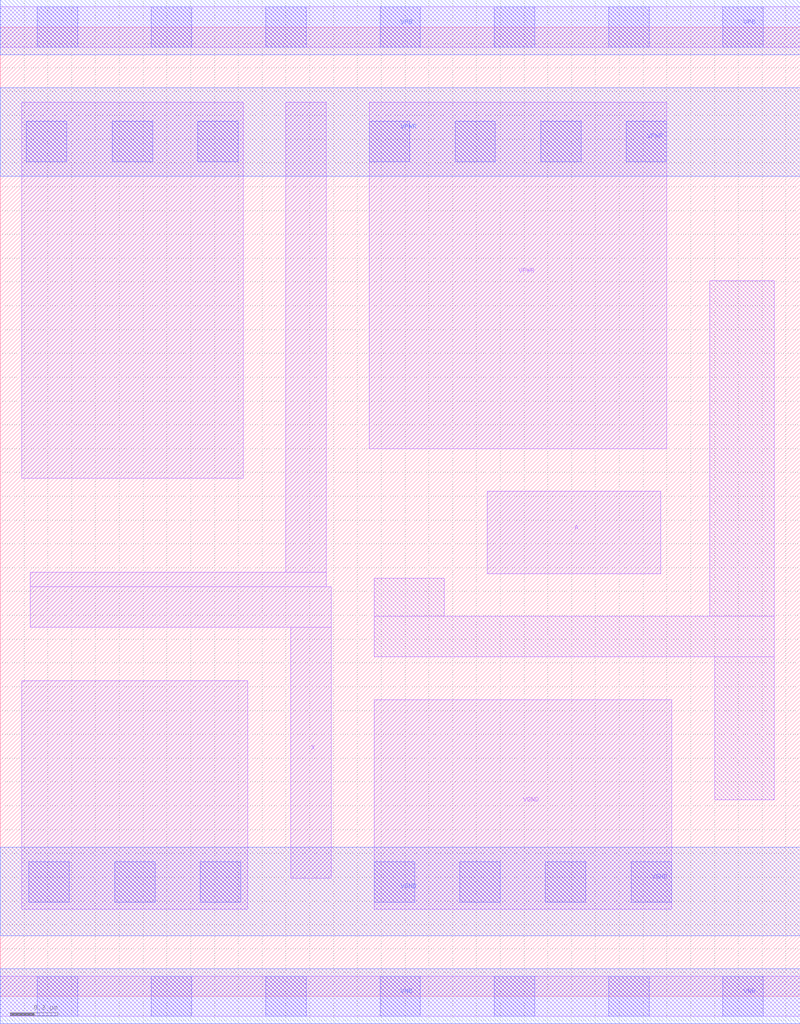
<source format=lef>
# Copyright 2020 The SkyWater PDK Authors
#
# Licensed under the Apache License, Version 2.0 (the "License");
# you may not use this file except in compliance with the License.
# You may obtain a copy of the License at
#
#     https://www.apache.org/licenses/LICENSE-2.0
#
# Unless required by applicable law or agreed to in writing, software
# distributed under the License is distributed on an "AS IS" BASIS,
# WITHOUT WARRANTIES OR CONDITIONS OF ANY KIND, either express or implied.
# See the License for the specific language governing permissions and
# limitations under the License.
#
# SPDX-License-Identifier: Apache-2.0

VERSION 5.7 ;
  NAMESCASESENSITIVE ON ;
  NOWIREEXTENSIONATPIN ON ;
  DIVIDERCHAR "/" ;
  BUSBITCHARS "[]" ;
UNITS
  DATABASE MICRONS 200 ;
END UNITS
MACRO sky130_fd_sc_hvl__buf_2
  CLASS CORE ;
  SOURCE USER ;
  FOREIGN sky130_fd_sc_hvl__buf_2 ;
  ORIGIN  0.000000  0.000000 ;
  SIZE  3.360000 BY  4.070000 ;
  SYMMETRY X Y ;
  SITE unithv ;
  PIN A
    ANTENNAGATEAREA  0.585000 ;
    DIRECTION INPUT ;
    USE SIGNAL ;
    PORT
      LAYER li1 ;
        RECT 2.045000 1.775000 2.775000 2.120000 ;
    END
  END A
  PIN X
    ANTENNADIFFAREA  0.630000 ;
    DIRECTION OUTPUT ;
    USE SIGNAL ;
    PORT
      LAYER li1 ;
        RECT 0.125000 1.550000 1.390000 1.720000 ;
        RECT 0.125000 1.720000 1.370000 1.780000 ;
        RECT 1.200000 1.780000 1.370000 3.755000 ;
        RECT 1.220000 0.495000 1.390000 1.550000 ;
    END
  END X
  PIN VGND
    DIRECTION INOUT ;
    USE GROUND ;
    PORT
      LAYER li1 ;
        RECT 0.090000 0.365000 1.040000 1.325000 ;
        RECT 1.570000 0.365000 2.820000 1.245000 ;
      LAYER mcon ;
        RECT 0.120000 0.395000 0.290000 0.565000 ;
        RECT 0.480000 0.395000 0.650000 0.565000 ;
        RECT 0.840000 0.395000 1.010000 0.565000 ;
        RECT 1.570000 0.395000 1.740000 0.565000 ;
        RECT 1.930000 0.395000 2.100000 0.565000 ;
        RECT 2.290000 0.395000 2.460000 0.565000 ;
        RECT 2.650000 0.395000 2.820000 0.565000 ;
      LAYER met1 ;
        RECT 0.000000 0.255000 3.360000 0.625000 ;
    END
  END VGND
  PIN VNB
    DIRECTION INOUT ;
    USE GROUND ;
    PORT
      LAYER li1 ;
        RECT 0.000000 -0.085000 3.360000 0.085000 ;
      LAYER mcon ;
        RECT 0.155000 -0.085000 0.325000 0.085000 ;
        RECT 0.635000 -0.085000 0.805000 0.085000 ;
        RECT 1.115000 -0.085000 1.285000 0.085000 ;
        RECT 1.595000 -0.085000 1.765000 0.085000 ;
        RECT 2.075000 -0.085000 2.245000 0.085000 ;
        RECT 2.555000 -0.085000 2.725000 0.085000 ;
        RECT 3.035000 -0.085000 3.205000 0.085000 ;
      LAYER met1 ;
        RECT 0.000000 -0.115000 3.360000 0.115000 ;
    END
  END VNB
  PIN VPB
    DIRECTION INOUT ;
    USE POWER ;
    PORT
      LAYER li1 ;
        RECT 0.000000 3.985000 3.360000 4.155000 ;
      LAYER mcon ;
        RECT 0.155000 3.985000 0.325000 4.155000 ;
        RECT 0.635000 3.985000 0.805000 4.155000 ;
        RECT 1.115000 3.985000 1.285000 4.155000 ;
        RECT 1.595000 3.985000 1.765000 4.155000 ;
        RECT 2.075000 3.985000 2.245000 4.155000 ;
        RECT 2.555000 3.985000 2.725000 4.155000 ;
        RECT 3.035000 3.985000 3.205000 4.155000 ;
      LAYER met1 ;
        RECT 0.000000 3.955000 3.360000 4.185000 ;
    END
  END VPB
  PIN VPWR
    DIRECTION INOUT ;
    USE POWER ;
    PORT
      LAYER li1 ;
        RECT 0.090000 2.175000 1.020000 3.755000 ;
        RECT 1.550000 2.300000 2.800000 3.755000 ;
      LAYER mcon ;
        RECT 0.110000 3.505000 0.280000 3.675000 ;
        RECT 0.470000 3.505000 0.640000 3.675000 ;
        RECT 0.830000 3.505000 1.000000 3.675000 ;
        RECT 1.550000 3.505000 1.720000 3.675000 ;
        RECT 1.910000 3.505000 2.080000 3.675000 ;
        RECT 2.270000 3.505000 2.440000 3.675000 ;
        RECT 2.630000 3.505000 2.800000 3.675000 ;
      LAYER met1 ;
        RECT 0.000000 3.445000 3.360000 3.815000 ;
    END
  END VPWR
  OBS
    LAYER li1 ;
      RECT 1.570000 1.425000 3.250000 1.595000 ;
      RECT 1.570000 1.595000 1.865000 1.755000 ;
      RECT 2.980000 1.595000 3.250000 3.005000 ;
      RECT 3.000000 0.825000 3.250000 1.425000 ;
  END
END sky130_fd_sc_hvl__buf_2

</source>
